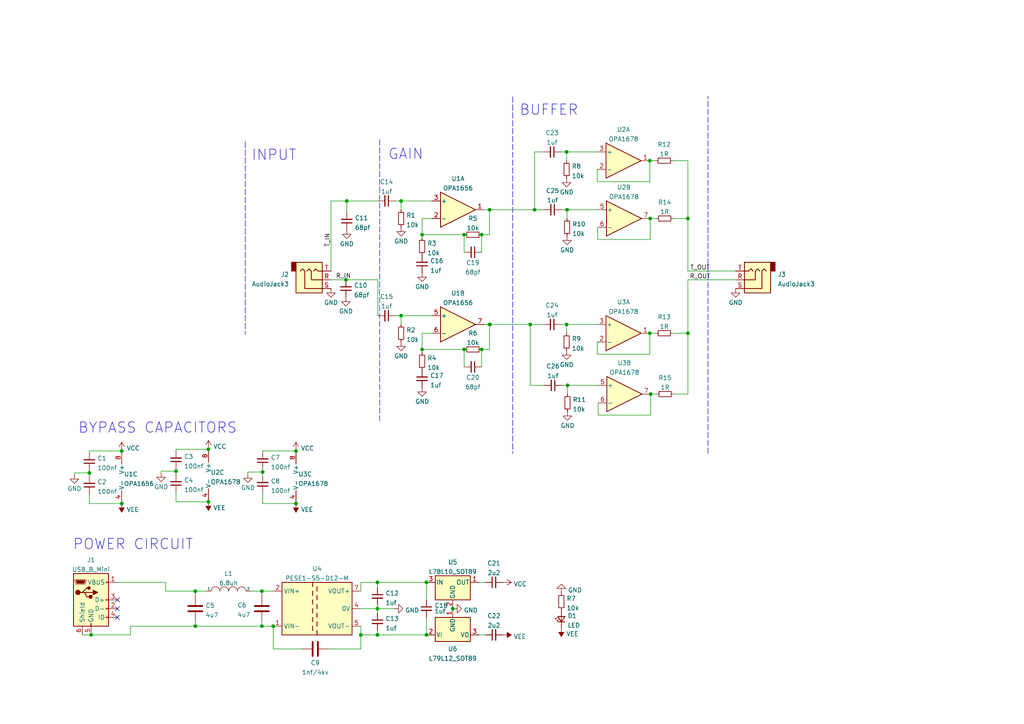
<source format=kicad_sch>
(kicad_sch (version 20211123) (generator eeschema)
  (paper "A4")
  (lib_symbols
    (symbol "Amplifier_Operational:OPA1678" (pin_names (offset 0.127))
      (property "Reference" "U" (at 0 5.08 0))
      (property "Value" "OPA1678" (at 0 -5.08 0))
      (symbol "OPA1678_1_1"
        (polyline (pts (xy -5.08 5.08) (xy 5.08 0) (xy -5.08 -5.08) (xy -5.08 5.08)) (stroke (width 0.254)) (fill (type background)))
        (pin output line (at 7.62 0 180) (length 2.54) (name "~") (number "1"))
        (pin input line (at -7.62 -2.54 0) (length 2.54) (name "-") (number "2"))
        (pin input line (at -7.62 2.54 0) (length 2.54) (name "+") (number "3"))
      )
      (symbol "OPA1678_2_1"
        (polyline (pts (xy -5.08 5.08) (xy 5.08 0) (xy -5.08 -5.08) (xy -5.08 5.08)) (stroke (width 0.254)) (fill (type background)))
        (pin input line (at -7.62 2.54 0) (length 2.54) (name "+") (number "5"))
        (pin input line (at -7.62 -2.54 0) (length 2.54) (name "-") (number "6"))
        (pin output line (at 7.62 0 180) (length 2.54) (name "~") (number "7"))
      )
      (symbol "OPA1678_3_1"
        (pin power_in line (at -2.54 -7.62 90) (length 3.81) (name "V-") (number "4"))
        (pin power_in line (at -2.54 7.62 270) (length 3.81) (name "V+") (number "8"))
      )
    )
    (symbol "Connector:AudioJack3"
      (property "Reference" "J" (at 0 8.89 0))
      (property "Value" "AudioJack3" (at 0 6.35 0))
      (symbol "AudioJack3_0_1"
        (rectangle (start -5.08 -5.08) (end -6.35 -2.54) (stroke (width 0.254)) (fill (type outline)))
        (polyline (pts (xy 0 -2.54) (xy 0.635 -3.175) (xy 1.27 -2.54) (xy 2.54 -2.54)) (stroke (width 0.254)))
        (polyline (pts (xy -1.905 -2.54) (xy -1.27 -3.175) (xy -0.635 -2.54) (xy -0.635 0) (xy 2.54 0)) (stroke (width 0.254)))
        (polyline (pts (xy 2.54 2.54) (xy -2.54 2.54) (xy -2.54 -2.54) (xy -3.175 -3.175) (xy -3.81 -2.54)) (stroke (width 0.254)))
        (rectangle (start 2.54 3.81) (end -5.08 -5.08) (stroke (width 0.254)) (fill (type background)))
      )
      (symbol "AudioJack3_1_1"
        (pin passive line (at 5.08 0 180) (length 2.54) (name "~") (number "R"))
        (pin passive line (at 5.08 2.54 180) (length 2.54) (name "~") (number "S"))
        (pin passive line (at 5.08 -2.54 180) (length 2.54) (name "~") (number "T"))
      )
    )
    (symbol "Connector:USB_B_Mini" (pin_names (offset 1.016))
      (property "Reference" "J" (at -5.08 11.43 0))
      (property "Value" "USB_B_Mini" (at -5.08 8.89 0))
      (symbol "USB_B_Mini_0_1"
        (rectangle (start -5.08 -7.62) (end 5.08 7.62) (stroke (width 0.254)) (fill (type background)))
        (circle (center -3.81 2.159) (radius 0.635) (stroke (width 0.254)) (fill (type outline)))
        (circle (center -0.635 3.429) (radius 0.381) (stroke (width 0.254)) (fill (type outline)))
        (rectangle (start -0.127 -7.62) (end 0.127 -6.858))
        (polyline (pts (xy -1.905 2.159) (xy 0.635 2.159)) (stroke (width 0.254)))
        (polyline (pts (xy -3.175 2.159) (xy -2.54 2.159) (xy -1.27 3.429) (xy -0.635 3.429)) (stroke (width 0.254)))
        (polyline (pts (xy -2.54 2.159) (xy -1.905 2.159) (xy -1.27 0.889) (xy 0 0.889)) (stroke (width 0.254)))
        (polyline (pts (xy 0.635 2.794) (xy 0.635 1.524) (xy 1.905 2.159) (xy 0.635 2.794)) (stroke (width 0.254)) (fill (type outline)))
        (polyline (pts (xy -4.318 5.588) (xy -1.778 5.588) (xy -2.032 4.826) (xy -4.064 4.826) (xy -4.318 5.588)) (fill (type outline)))
        (polyline (pts (xy -4.699 5.842) (xy -4.699 5.588) (xy -4.445 4.826) (xy -4.445 4.572) (xy -1.651 4.572) (xy -1.651 4.826) (xy -1.397 5.588) (xy -1.397 5.842) (xy -4.699 5.842)))
        (rectangle (start 0.254 1.27) (end -0.508 0.508) (stroke (width 0.254)) (fill (type outline)))
        (rectangle (start 5.08 -5.207) (end 4.318 -4.953))
        (rectangle (start 5.08 -2.667) (end 4.318 -2.413))
        (rectangle (start 5.08 -0.127) (end 4.318 0.127))
        (rectangle (start 5.08 4.953) (end 4.318 5.207))
      )
      (symbol "USB_B_Mini_1_1"
        (pin power_out line (at 7.62 5.08 180) (length 2.54) (name "VBUS") (number "1"))
        (pin bidirectional line (at 7.62 -2.54 180) (length 2.54) (name "D-") (number "2"))
        (pin bidirectional line (at 7.62 0 180) (length 2.54) (name "D+") (number "3"))
        (pin passive line (at 7.62 -5.08 180) (length 2.54) (name "ID") (number "4"))
        (pin power_out line (at 0 -10.16 90) (length 2.54) (name "GND") (number "5"))
        (pin passive line (at -2.54 -10.16 90) (length 2.54) (name "Shield") (number "6"))
      )
    )
    (symbol "Device:C" (pin_numbers hide) (pin_names (offset 0.254))
      (property "Reference" "C" (at 0.635 2.54 0))
      (property "Value" "C" (at 0.635 -2.54 0))
      (symbol "C_0_1"
        (polyline (pts (xy -2.032 -0.762) (xy 2.032 -0.762)) (stroke (width 0.508)))
        (polyline (pts (xy -2.032 0.762) (xy 2.032 0.762)) (stroke (width 0.508)))
      )
      (symbol "C_1_1"
        (pin passive line (at 0 3.81 270) (length 2.794) (name "~") (number "1"))
        (pin passive line (at 0 -3.81 90) (length 2.794) (name "~") (number "2"))
      )
    )
    (symbol "Device:C_Small" (pin_numbers hide) (pin_names (offset 0.254) hide)
      (property "Reference" "C" (at 0.254 1.778 0))
      (property "Value" "C_Small" (at 0.254 -2.032 0))
      (symbol "C_Small_0_1"
        (polyline (pts (xy -1.524 -0.508) (xy 1.524 -0.508)) (stroke (width 0.3302)))
        (polyline (pts (xy -1.524 0.508) (xy 1.524 0.508)) (stroke (width 0.3048)))
      )
      (symbol "C_Small_1_1"
        (pin passive line (at 0 2.54 270) (length 2.032) (name "~") (number "1"))
        (pin passive line (at 0 -2.54 90) (length 2.032) (name "~") (number "2"))
      )
    )
    (symbol "Device:LED_Small" (pin_numbers hide) (pin_names (offset 0.254) hide)
      (property "Reference" "D" (at -1.27 3.175 0))
      (property "Value" "LED_Small" (at -4.445 -2.54 0))
      (symbol "LED_Small_0_1"
        (polyline (pts (xy -0.762 -1.016) (xy -0.762 1.016)) (stroke (width 0.254)))
        (polyline (pts (xy 1.016 0) (xy -0.762 0)))
        (polyline (pts (xy 0.762 -1.016) (xy -0.762 0) (xy 0.762 1.016) (xy 0.762 -1.016)) (stroke (width 0.254)))
        (polyline (pts (xy 0 0.762) (xy -0.508 1.27) (xy -0.254 1.27) (xy -0.508 1.27) (xy -0.508 1.016)))
        (polyline (pts (xy 0.508 1.27) (xy 0 1.778) (xy 0.254 1.778) (xy 0 1.778) (xy 0 1.524)))
      )
      (symbol "LED_Small_1_1"
        (pin passive line (at -2.54 0 0) (length 1.778) (name "K") (number "1"))
        (pin passive line (at 2.54 0 180) (length 1.778) (name "A") (number "2"))
      )
    )
    (symbol "Device:R_Small" (pin_numbers hide) (pin_names (offset 0.254) hide)
      (property "Reference" "R" (at 0.762 0.508 0))
      (property "Value" "R_Small" (at 0.762 -1.016 0))
      (symbol "R_Small_0_1"
        (rectangle (start -0.762 1.778) (end 0.762 -1.778) (stroke (width 0.2032)))
      )
      (symbol "R_Small_1_1"
        (pin passive line (at 0 2.54 270) (length 0.762) (name "~") (number "1"))
        (pin passive line (at 0 -2.54 90) (length 0.762) (name "~") (number "2"))
      )
    )
    (symbol "Regulator_Linear:L78L10_SOT89" (pin_names (offset 0.254))
      (property "Reference" "U" (at -3.81 3.175 0))
      (property "Value" "L78L10_SOT89" (at -0.635 3.175 0))
      (symbol "L78L10_SOT89_0_1"
        (rectangle (start -5.08 1.905) (end 5.08 -5.08) (stroke (width 0.254)) (fill (type background)))
      )
      (symbol "L78L10_SOT89_1_1"
        (pin power_out line (at 7.62 0 180) (length 2.54) (name "OUT") (number "1"))
        (pin power_in line (at 0 -7.62 90) (length 2.54) (name "GND") (number "2"))
        (pin power_in line (at -7.62 0 0) (length 2.54) (name "IN") (number "3"))
      )
    )
    (symbol "Regulator_Linear:L79L12_SOT89" (pin_names (offset 0.254))
      (property "Reference" "U" (at -3.81 -3.175 0))
      (property "Value" "L79L12_SOT89" (at 0 -3.175 0))
      (symbol "L79L12_SOT89_0_1"
        (rectangle (start -5.08 5.08) (end 5.08 -1.905) (stroke (width 0.254)) (fill (type background)))
      )
      (symbol "L79L12_SOT89_1_1"
        (pin power_in line (at 0 7.62 270) (length 2.54) (name "GND") (number "1"))
        (pin power_in line (at -7.62 0 0) (length 2.54) (name "VI") (number "2"))
        (pin power_out line (at 7.62 0 180) (length 2.54) (name "VO") (number "3"))
      )
    )
    (symbol "Regulator_Switching:NMA0512SC"
      (property "Reference" "U?" (at 0 11.5865 0))
      (property "Value" "NMA0512SC" (at 0 8.8114 0))
      (symbol "NMA0512SC_0_1"
        (rectangle (start -10.16 7.62) (end 10.16 -7.62) (stroke (width 0.254)) (fill (type background)))
        (polyline (pts (xy -1.27 -5.08) (xy -1.27 -6.35)) (stroke (width 0.254)))
        (polyline (pts (xy -1.27 -2.54) (xy -1.27 -3.81)) (stroke (width 0.254)))
        (polyline (pts (xy -1.27 0) (xy -1.27 -1.27)) (stroke (width 0.254)))
        (polyline (pts (xy -1.27 2.54) (xy -1.27 1.27)) (stroke (width 0.254)))
        (polyline (pts (xy -1.27 5.08) (xy -1.27 3.81)) (stroke (width 0.254)))
        (polyline (pts (xy -1.27 7.62) (xy -1.27 6.35)) (stroke (width 0.254)))
        (polyline (pts (xy 0 -7.62) (xy 0 -6.35)) (stroke (width 0.254)))
        (polyline (pts (xy 0 -5.08) (xy 0 -3.81)) (stroke (width 0.254)))
        (polyline (pts (xy 0 -1.27) (xy 0 -2.54)) (stroke (width 0.254)))
        (polyline (pts (xy 0 0) (xy 0 1.27)) (stroke (width 0.254)))
        (polyline (pts (xy 0 2.54) (xy 0 3.81)) (stroke (width 0.254)))
        (polyline (pts (xy 0 5.08) (xy 0 6.35)) (stroke (width 0.254)))
      )
      (symbol "NMA0512SC_1_1"
        (pin power_in line (at -12.7 -5.08 0) (length 2.54) (name "VIN-") (number "1"))
        (pin power_in line (at -12.7 5.08 0) (length 2.54) (name "VIN+") (number "2"))
        (pin power_out line (at 12.7 0 180) (length 2.54) (name "0V") (number "4"))
        (pin power_out line (at 12.7 -5.08 180) (length 2.54) (name "VOUT-") (number "5"))
        (pin power_out line (at 12.7 5.08 180) (length 2.54) (name "VOUT+") (number "7"))
      )
    )
    (symbol "power:GND" (power) (pin_names (offset 0))
      (property "Value" "GND" (at 0 -3.81 0))
      (symbol "GND_0_1"
        (polyline (pts (xy 0 0) (xy 0 -1.27) (xy 1.27 -1.27) (xy 0 -2.54) (xy -1.27 -1.27) (xy 0 -1.27)))
      )
      (symbol "GND_1_1"
        (pin power_in line (at 0 0 270) (length 0) hide (name "GND") (number "1"))
      )
    )
    (symbol "power:VCC" (power) (pin_names (offset 0))
      (property "Value" "VCC" (at 0 3.81 0))
      (symbol "VCC_0_1"
        (polyline (pts (xy -0.762 1.27) (xy 0 2.54)))
        (polyline (pts (xy 0 0) (xy 0 2.54)))
        (polyline (pts (xy 0 2.54) (xy 0.762 1.27)))
      )
      (symbol "VCC_1_1"
        (pin power_in line (at 0 0 90) (length 0) hide (name "VCC") (number "1"))
      )
    )
    (symbol "power:VEE" (power) (pin_names (offset 0))
      (property "Value" "VEE" (at 0 3.81 0))
      (symbol "VEE_0_1"
        (polyline (pts (xy 0 0) (xy 0 2.54)))
        (polyline (pts (xy 0.762 1.27) (xy -0.762 1.27) (xy 0 2.54) (xy 0.762 1.27)) (fill (type outline)))
      )
      (symbol "VEE_1_1"
        (pin power_in line (at 0 0 90) (length 0) hide (name "VEE") (number "1"))
      )
    )
    (symbol "pspice:INDUCTOR" (pin_numbers hide) (pin_names (offset 0))
      (property "Reference" "L" (at 0 2.54 0))
      (property "Value" "INDUCTOR" (at 0 -1.27 0))
      (symbol "INDUCTOR_0_1"
        (arc (start -2.54 0) (mid -3.81 1.27) (end -5.08 0))
        (arc (start 0 0) (mid -1.27 1.27) (end -2.54 0))
        (arc (start 2.54 0) (mid 1.27 1.27) (end 0 0))
        (arc (start 5.08 0) (mid 3.81 1.27) (end 2.54 0))
      )
      (symbol "INDUCTOR_1_1"
        (pin input line (at -6.35 0 0) (length 1.27) (name "1") (number "1"))
        (pin input line (at 6.35 0 180) (length 1.27) (name "2") (number "2"))
      )
    )
  )
  (junction (at 164.338 44.069))
  (junction (at 139.7 101.346))
  (junction (at 60.452 145.542))
  (junction (at 100.584 58.293))
  (junction (at 122.428 68.072))
  (junction (at 60.452 130.302))
  (junction (at 85.852 130.81))
  (junction (at 35.306 146.05))
  (junction (at 139.7 68.072))
  (junction (at 51.054 136.652))
  (junction (at 141.986 60.833))
  (junction (at 79.248 181.61))
  (junction (at 116.332 58.293))
  (junction (at 35.306 130.81))
  (junction (at 142.113 94.107))
  (junction (at 199.517 63.373))
  (junction (at 164.338 94.107))
  (junction (at 100.33 81.153))
  (junction (at 25.908 137.16))
  (junction (at 85.852 146.05))
  (junction (at 199.517 96.647))
  (junction (at 116.332 91.567))
  (junction (at 109.474 184.15))
  (junction (at 109.474 176.53))
  (junction (at 75.946 171.45))
  (junction (at 188.722 114.3))
  (junction (at 56.642 181.61))
  (junction (at 164.592 111.76))
  (junction (at 134.62 68.072))
  (junction (at 123.698 168.91))
  (junction (at 109.474 168.91))
  (junction (at 188.468 96.647))
  (junction (at 56.642 171.45))
  (junction (at 122.428 101.346))
  (junction (at 75.946 181.61))
  (junction (at 104.648 184.15))
  (junction (at 164.465 60.833))
  (junction (at 153.797 94.107))
  (junction (at 134.62 101.346))
  (junction (at 131.318 176.53))
  (junction (at 188.468 46.609))
  (junction (at 155.067 60.833))
  (junction (at 141.986 94.107))
  (junction (at 26.416 184.15))
  (junction (at 76.2 136.906))
  (junction (at 188.595 63.373))
  (junction (at 123.698 184.15))
  (no_connect (at 34.036 173.99))
  (no_connect (at 34.036 176.53))
  (no_connect (at 34.036 179.07))
  (wire (pts (xy 51.054 145.542) (xy 60.452 145.542)))
  (wire (pts (xy 153.797 94.107) (xy 157.607 94.107)))
  (polyline (pts (xy 148.717 28.067) (xy 148.717 131.572)))
  (wire (pts (xy 46.736 137.16) (xy 46.736 136.652)))
  (wire (pts (xy 213.36 78.613) (xy 199.517 78.613)))
  (wire (pts (xy 173.355 69.469) (xy 188.595 69.469)))
  (polyline (pts (xy 71.12 41.148) (xy 71.12 96.901)))
  (wire (pts (xy 109.474 175.514) (xy 109.474 176.53)))
  (wire (pts (xy 162.687 44.069) (xy 164.338 44.069)))
  (wire (pts (xy 56.642 171.45) (xy 59.944 171.45)))
  (wire (pts (xy 122.428 68.961) (xy 122.428 68.072)))
  (wire (pts (xy 164.592 111.76) (xy 164.592 114.3)))
  (wire (pts (xy 23.876 184.15) (xy 26.416 184.15)))
  (wire (pts (xy 142.113 94.107) (xy 153.797 94.107)))
  (wire (pts (xy 123.698 179.07) (xy 123.698 184.15)))
  (wire (pts (xy 95.25 188.214) (xy 104.648 188.214)))
  (wire (pts (xy 104.648 184.15) (xy 104.648 188.214)))
  (wire (pts (xy 157.861 111.76) (xy 153.797 111.76)))
  (wire (pts (xy 96.012 58.293) (xy 96.012 78.613)))
  (wire (pts (xy 173.228 99.187) (xy 173.228 102.743)))
  (wire (pts (xy 164.592 111.76) (xy 173.482 111.76)))
  (wire (pts (xy 76.2 136.906) (xy 76.2 137.922)))
  (wire (pts (xy 109.474 168.91) (xy 109.474 170.434)))
  (wire (pts (xy 199.517 114.3) (xy 195.453 114.3)))
  (wire (pts (xy 199.517 63.373) (xy 199.517 78.613)))
  (wire (pts (xy 173.228 52.705) (xy 188.468 52.705)))
  (wire (pts (xy 188.595 69.469) (xy 188.595 63.373)))
  (wire (pts (xy 122.428 101.346) (xy 134.62 101.346)))
  (wire (pts (xy 116.332 91.567) (xy 125.222 91.567)))
  (wire (pts (xy 188.468 96.647) (xy 190.119 96.647)))
  (wire (pts (xy 141.986 101.346) (xy 141.986 94.107)))
  (wire (pts (xy 109.474 176.53) (xy 114.3 176.53)))
  (wire (pts (xy 199.517 96.647) (xy 199.517 114.3)))
  (wire (pts (xy 25.908 137.16) (xy 25.908 138.176)))
  (wire (pts (xy 173.228 49.149) (xy 173.228 52.705)))
  (wire (pts (xy 25.908 136.398) (xy 25.908 137.16)))
  (wire (pts (xy 109.601 91.567) (xy 109.601 81.153)))
  (wire (pts (xy 25.908 143.256) (xy 25.908 146.05)))
  (wire (pts (xy 213.36 81.153) (xy 199.517 81.153)))
  (wire (pts (xy 79.248 188.214) (xy 79.248 181.61)))
  (wire (pts (xy 164.465 60.833) (xy 164.465 63.373)))
  (wire (pts (xy 37.846 184.15) (xy 37.846 181.61)))
  (wire (pts (xy 141.986 68.072) (xy 141.986 60.833)))
  (wire (pts (xy 51.054 142.748) (xy 51.054 145.542)))
  (wire (pts (xy 76.2 146.05) (xy 85.852 146.05)))
  (wire (pts (xy 173.228 102.743) (xy 188.468 102.743)))
  (wire (pts (xy 109.474 184.15) (xy 104.648 184.15)))
  (wire (pts (xy 139.7 68.072) (xy 139.7 73.152)))
  (wire (pts (xy 188.468 52.705) (xy 188.468 46.609)))
  (wire (pts (xy 71.882 137.414) (xy 71.882 136.906)))
  (wire (pts (xy 123.698 184.15) (xy 109.474 184.15)))
  (wire (pts (xy 141.986 60.833) (xy 155.067 60.833)))
  (wire (pts (xy 173.482 116.84) (xy 173.482 120.396)))
  (polyline (pts (xy 110.109 40.513) (xy 110.109 122.047)))
  (wire (pts (xy 96.012 81.153) (xy 100.33 81.153)))
  (wire (pts (xy 122.428 68.072) (xy 122.428 63.373)))
  (wire (pts (xy 109.474 168.91) (xy 104.648 168.91)))
  (polyline (pts (xy 205.359 131.572) (xy 205.359 27.94)))
  (wire (pts (xy 76.2 130.81) (xy 85.852 130.81)))
  (wire (pts (xy 37.846 181.61) (xy 56.642 181.61)))
  (wire (pts (xy 122.428 101.346) (xy 122.428 96.647)))
  (wire (pts (xy 164.338 94.107) (xy 173.228 94.107)))
  (wire (pts (xy 104.648 168.91) (xy 104.648 171.45)))
  (wire (pts (xy 75.946 181.61) (xy 79.248 181.61)))
  (wire (pts (xy 21.59 137.16) (xy 25.908 137.16)))
  (wire (pts (xy 56.642 181.61) (xy 75.946 181.61)))
  (wire (pts (xy 75.946 180.34) (xy 75.946 181.61)))
  (wire (pts (xy 72.644 171.45) (xy 75.946 171.45)))
  (wire (pts (xy 100.584 58.293) (xy 96.012 58.293)))
  (wire (pts (xy 188.468 102.743) (xy 188.468 96.647)))
  (wire (pts (xy 104.648 176.53) (xy 109.474 176.53)))
  (wire (pts (xy 75.946 171.45) (xy 75.946 172.72)))
  (wire (pts (xy 51.054 130.302) (xy 60.452 130.302)))
  (wire (pts (xy 100.33 81.153) (xy 109.601 81.153)))
  (wire (pts (xy 162.687 94.107) (xy 164.338 94.107)))
  (wire (pts (xy 71.882 136.906) (xy 76.2 136.906)))
  (wire (pts (xy 100.584 58.293) (xy 109.601 58.293)))
  (wire (pts (xy 122.428 102.235) (xy 122.428 101.346)))
  (wire (pts (xy 25.908 130.81) (xy 35.306 130.81)))
  (wire (pts (xy 21.59 137.668) (xy 21.59 137.16)))
  (wire (pts (xy 114.681 58.293) (xy 116.332 58.293)))
  (wire (pts (xy 109.474 182.88) (xy 109.474 184.15)))
  (wire (pts (xy 87.63 188.214) (xy 79.248 188.214)))
  (wire (pts (xy 123.698 168.91) (xy 123.698 173.99)))
  (wire (pts (xy 153.797 111.76) (xy 153.797 94.107)))
  (wire (pts (xy 76.2 136.144) (xy 76.2 136.906)))
  (wire (pts (xy 139.7 101.346) (xy 141.986 101.346)))
  (wire (pts (xy 25.908 131.318) (xy 25.908 130.81)))
  (wire (pts (xy 138.938 184.15) (xy 140.716 184.15)))
  (wire (pts (xy 195.199 96.647) (xy 199.517 96.647)))
  (wire (pts (xy 188.722 120.396) (xy 188.722 114.3)))
  (wire (pts (xy 51.054 130.81) (xy 51.054 130.302)))
  (wire (pts (xy 141.986 94.107) (xy 140.462 94.107)))
  (wire (pts (xy 155.067 44.069) (xy 155.067 60.833)))
  (wire (pts (xy 122.428 96.647) (xy 125.222 96.647)))
  (wire (pts (xy 162.814 60.833) (xy 164.465 60.833)))
  (wire (pts (xy 122.428 68.072) (xy 134.62 68.072)))
  (wire (pts (xy 164.338 44.069) (xy 164.338 46.609)))
  (wire (pts (xy 195.199 46.609) (xy 199.517 46.609)))
  (wire (pts (xy 34.036 168.91) (xy 48.006 168.91)))
  (wire (pts (xy 188.722 114.3) (xy 190.373 114.3)))
  (wire (pts (xy 56.642 171.45) (xy 56.642 172.72)))
  (wire (pts (xy 139.7 68.072) (xy 141.986 68.072)))
  (wire (pts (xy 173.355 65.913) (xy 173.355 69.469)))
  (wire (pts (xy 164.338 44.069) (xy 173.228 44.069)))
  (wire (pts (xy 164.465 60.833) (xy 173.355 60.833)))
  (wire (pts (xy 123.698 168.91) (xy 109.474 168.91)))
  (wire (pts (xy 199.517 81.153) (xy 199.517 96.647)))
  (wire (pts (xy 48.006 168.91) (xy 48.006 171.45)))
  (wire (pts (xy 188.468 46.609) (xy 190.119 46.609)))
  (wire (pts (xy 76.2 131.064) (xy 76.2 130.81)))
  (wire (pts (xy 164.338 94.107) (xy 164.338 96.647)))
  (wire (pts (xy 56.642 180.34) (xy 56.642 181.61)))
  (wire (pts (xy 173.482 120.396) (xy 188.722 120.396)))
  (wire (pts (xy 157.607 44.069) (xy 155.067 44.069)))
  (wire (pts (xy 116.332 58.293) (xy 125.222 58.293)))
  (wire (pts (xy 26.416 184.15) (xy 37.846 184.15)))
  (wire (pts (xy 51.054 135.89) (xy 51.054 136.652)))
  (wire (pts (xy 138.938 168.91) (xy 140.716 168.91)))
  (wire (pts (xy 141.986 60.833) (xy 140.462 60.833)))
  (wire (pts (xy 104.648 181.61) (xy 104.648 184.15)))
  (wire (pts (xy 46.736 136.652) (xy 51.054 136.652)))
  (wire (pts (xy 195.326 63.373) (xy 199.517 63.373)))
  (wire (pts (xy 134.62 68.072) (xy 134.62 73.152)))
  (wire (pts (xy 51.054 136.652) (xy 51.054 137.668)))
  (wire (pts (xy 100.584 61.595) (xy 100.584 58.293)))
  (wire (pts (xy 134.62 101.346) (xy 134.62 106.426)))
  (wire (pts (xy 48.006 171.45) (xy 56.642 171.45)))
  (wire (pts (xy 25.908 146.05) (xy 35.306 146.05)))
  (wire (pts (xy 114.681 91.567) (xy 116.332 91.567)))
  (wire (pts (xy 139.7 101.346) (xy 139.7 106.426)))
  (wire (pts (xy 162.941 111.76) (xy 164.592 111.76)))
  (wire (pts (xy 116.332 58.293) (xy 116.332 60.833)))
  (wire (pts (xy 75.946 171.45) (xy 79.248 171.45)))
  (wire (pts (xy 122.428 63.373) (xy 125.222 63.373)))
  (wire (pts (xy 199.517 46.609) (xy 199.517 63.373)))
  (wire (pts (xy 109.474 176.53) (xy 109.474 177.8)))
  (wire (pts (xy 188.595 63.373) (xy 190.246 63.373)))
  (wire (pts (xy 116.332 91.567) (xy 116.332 94.107)))
  (wire (pts (xy 76.2 143.002) (xy 76.2 146.05)))
  (wire (pts (xy 155.067 60.833) (xy 157.734 60.833)))
  (text "INPUT" (at 72.898 46.863 0) (effects (font (size 3 3)) (justify left bottom)))
  (text "POWER CIRCUIT" (at 21.082 159.766 0) (effects (font (size 3 3)) (justify left bottom)))
  (text "GAIN" (at 112.522 46.609 0) (effects (font (size 3 3)) (justify left bottom)))
  (text "BUFFER" (at 150.622 33.782 0) (effects (font (size 3 3)) (justify left bottom)))
  (text "BYPASS CAPACITORS\n" (at 22.606 125.984 0) (effects (font (size 3 3)) (justify left bottom)))
  (label "T_OUT" (at 200.152 78.613 0))
  (label "R_OUT" (at 200.025 81.153 0))
  (label "R_IN" (at 97.409 81.026 0))
  (label "T_IN" (at 96.012 71.628 90))
  (symbol (lib_id "Device:C_Small") (at 25.908 133.858 180) (unit 1)
    (property "Reference" "C1" (at 28.2321 132.9431 0) (effects (justify right)))
    (property "Value" "100nf" (at 28.2321 135.7182 0) (effects (justify right)))
    (property "Footprint" "Capacitor_THT:C_Rect_L4.0mm_W2.5mm_P2.50mm" (effects hide))
  )
  (symbol (lib_id "Device:R_Small") (at 116.332 96.647 180) (unit 1)
    (property "Reference" "R2" (at 117.8306 95.7385 0) (effects (justify right)))
    (property "Value" "10k" (at 117.8306 98.5136 0) (effects (justify right)))
    (property "Footprint" "Resistor_THT:R_Axial_DIN0204_L3.6mm_D1.6mm_P5.08mm_Horizontal" (effects hide))
  )
  (symbol (lib_id "Connector:USB_B_Mini") (at 26.416 173.99 0) (unit 1)
    (property "Reference" "J1" (at 26.416 162.4035 0))
    (property "Value" "USB_B_Mini" (at 26.416 165.1786 0))
    (property "Footprint" "Connector_USB:USB_Micro-AB_Molex_47590-0001" (effects hide))
  )
  (symbol (lib_id "Amplifier_Operational:OPA1678") (at 88.392 138.43 0) (unit 3)
    (property "Reference" "U3" (at 86.487 137.5215 0) (effects (justify left)))
    (property "Value" "OPA1678" (at 86.487 140.2966 0) (effects (justify left)))
    (property "Footprint" "Package_SO:SOIC-8-1EP_3.9x4.9mm_P1.27mm_EP2.29x3mm" (effects hide))
    (property "Datasheet" "http://www.ti.com/lit/ds/symlink/opa1678.pdf" (effects hide))
  )
  (symbol (lib_id "Regulator_Linear:L79L12_SOT89") (at 131.318 184.15 0) (unit 1)
    (property "Reference" "U6" (at 131.318 188.2045 0))
    (property "Value" "L79L12_SOT89" (at 131.318 190.9796 0))
    (property "Footprint" "Package_TO_SOT_SMD:SOT-89-3" (effects hide))
    (property "Datasheet" "http://www.farnell.com/datasheets/1827870.pdf" (effects hide))
  )
  (symbol (lib_id "Device:C") (at 56.642 176.53 0) (unit 1)
    (property "Reference" "C5" (at 59.563 175.6215 0) (effects (justify left)))
    (property "Value" "4u7" (at 59.563 178.3966 0) (effects (justify left)))
    (property "Footprint" "Capacitor_THT:C_Rect_L4.0mm_W2.5mm_P2.50mm" (effects hide))
  )
  (symbol (lib_id "Device:C_Small") (at 112.141 91.567 270) (unit 1)
    (property "Reference" "C15" (at 112.1346 86.0384 90))
    (property "Value" "1uf" (at 112.1346 88.8135 90))
    (property "Footprint" "Capacitor_THT:C_Rect_L4.0mm_W2.5mm_P2.50mm" (effects hide))
  )
  (symbol (lib_id "Device:C_Small") (at 160.147 44.069 270) (unit 1)
    (property "Reference" "C23" (at 160.1406 38.5404 90))
    (property "Value" "1uf" (at 160.1406 41.3155 90))
    (property "Footprint" "Capacitor_THT:C_Rect_L4.0mm_W2.5mm_P2.50mm" (effects hide))
  )
  (symbol (lib_id "power:GND") (at 96.012 83.693 0) (unit 1)
    (property "Reference" "#PWR0127" (effects hide))
    (property "Value" "GND" (at 93.98 87.757 0) (effects (justify left)))
  )
  (symbol (lib_id "Device:R_Small") (at 137.16 68.072 90) (unit 1)
    (property "Reference" "R5" (at 137.16 63.3689 90))
    (property "Value" "10k" (at 137.16 66.144 90))
    (property "Footprint" "Resistor_THT:R_Axial_DIN0204_L3.6mm_D1.6mm_P5.08mm_Horizontal" (effects hide))
  )
  (symbol (lib_id "power:VCC") (at 85.852 130.81 0) (unit 1)
    (property "Reference" "#PWR0104" (effects hide))
    (property "Value" "VCC" (at 87.249 130.019 0) (effects (justify left)))
  )
  (symbol (lib_id "Device:C_Small") (at 112.141 58.293 270) (unit 1)
    (property "Reference" "C14" (at 112.1346 52.7644 90))
    (property "Value" "1uf" (at 112.1346 55.5395 90))
    (property "Footprint" "Capacitor_THT:C_Rect_L4.0mm_W2.5mm_P2.50mm" (effects hide))
  )
  (symbol (lib_id "Device:R_Small") (at 192.659 96.647 90) (unit 1)
    (property "Reference" "R13" (at 192.659 91.9439 90))
    (property "Value" "1R" (at 192.659 94.719 90))
    (property "Footprint" "Resistor_THT:R_Axial_DIN0204_L3.6mm_D1.6mm_P5.08mm_Horizontal" (effects hide))
  )
  (symbol (lib_id "Device:C_Small") (at 160.274 60.833 270) (unit 1)
    (property "Reference" "C25" (at 160.2676 55.3044 90))
    (property "Value" "1uf" (at 160.2676 58.0795 90))
    (property "Footprint" "Capacitor_THT:C_Rect_L4.0mm_W2.5mm_P2.50mm" (effects hide))
  )
  (symbol (lib_id "Amplifier_Operational:OPA1678") (at 37.846 138.43 0) (unit 3)
    (property "Reference" "U1" (at 35.941 137.5215 0) (effects (justify left)))
    (property "Value" "OPA1656" (at 35.941 140.2966 0) (effects (justify left)))
    (property "Footprint" "Package_SO:SOIC-8-1EP_3.9x4.9mm_P1.27mm_EP2.29x3mm" (effects hide))
    (property "Datasheet" "http://www.ti.com/lit/ds/symlink/opa1678.pdf" (effects hide))
  )
  (symbol (lib_id "Device:C_Small") (at 137.16 73.152 270) (unit 1)
    (property "Reference" "C19" (at 137.16 76.2 90))
    (property "Value" "68pf" (at 137.16 78.9751 90))
    (property "Footprint" "Capacitor_THT:C_Rect_L4.0mm_W2.5mm_P2.50mm" (effects hide))
  )
  (symbol (lib_id "power:GND") (at 100.33 86.233 0) (unit 1)
    (property "Reference" "#PWR0125" (effects hide))
    (property "Value" "GND" (at 98.298 90.297 0) (effects (justify left)))
  )
  (symbol (lib_id "pspice:INDUCTOR") (at 66.294 171.45 0) (unit 1)
    (property "Reference" "L1" (at 66.294 166.3405 0))
    (property "Value" "6.8uh" (at 66.294 169.1156 0))
    (property "Footprint" "Inductor_SMD:L_1008_2520Metric_Pad1.43x2.20mm_HandSolder" (effects hide))
  )
  (symbol (lib_id "power:GND") (at 164.592 119.38 0) (unit 1)
    (property "Reference" "#PWR0111" (effects hide))
    (property "Value" "GND" (at 162.56 123.444 0) (effects (justify left)))
  )
  (symbol (lib_id "Device:R_Small") (at 192.786 63.373 90) (unit 1)
    (property "Reference" "R14" (at 192.786 58.6699 90))
    (property "Value" "1R" (at 192.786 61.445 90))
    (property "Footprint" "Resistor_THT:R_Axial_DIN0204_L3.6mm_D1.6mm_P5.08mm_Horizontal" (effects hide))
  )
  (symbol (lib_id "power:VCC") (at 145.796 168.91 270) (unit 1)
    (property "Reference" "#PWR0107" (effects hide))
    (property "Value" "VCC" (at 148.971 169.389 90) (effects (justify left)))
  )
  (symbol (lib_id "power:GND") (at 71.882 137.414 0) (unit 1)
    (property "Reference" "#PWR0102" (effects hide))
    (property "Value" "GND" (at 69.85 141.478 0) (effects (justify left)))
  )
  (symbol (lib_id "Device:C_Small") (at 160.147 94.107 270) (unit 1)
    (property "Reference" "C24" (at 160.1406 88.5784 90))
    (property "Value" "1uf" (at 160.1406 91.3535 90))
    (property "Footprint" "Capacitor_THT:C_Rect_L4.0mm_W2.5mm_P2.50mm" (effects hide))
  )
  (symbol (lib_id "Device:R_Small") (at 164.592 116.84 180) (unit 1)
    (property "Reference" "R11" (at 166.0906 115.9315 0) (effects (justify right)))
    (property "Value" "10k" (at 166.0906 118.7066 0) (effects (justify right)))
    (property "Footprint" "Resistor_THT:R_Axial_DIN0204_L3.6mm_D1.6mm_P5.08mm_Horizontal" (effects hide))
  )
  (symbol (lib_id "Device:R_Small") (at 137.16 101.346 90) (unit 1)
    (property "Reference" "R6" (at 137.16 96.6429 90))
    (property "Value" "10k" (at 137.16 99.418 90))
    (property "Footprint" "Resistor_THT:R_Axial_DIN0204_L3.6mm_D1.6mm_P5.08mm_Horizontal" (effects hide))
  )
  (symbol (lib_id "Device:C_Small") (at 122.428 109.855 180) (unit 1)
    (property "Reference" "C17" (at 124.7521 108.9401 0) (effects (justify right)))
    (property "Value" "1uf" (at 124.7521 111.7152 0) (effects (justify right)))
    (property "Footprint" "Capacitor_THT:C_Rect_L4.0mm_W2.5mm_P2.50mm" (effects hide))
  )
  (symbol (lib_id "Amplifier_Operational:OPA1678") (at 132.842 60.833 0) (unit 1)
    (property "Reference" "U1" (at 132.842 51.7865 0))
    (property "Value" "OPA1656" (at 132.842 54.5616 0))
    (property "Footprint" "Package_SO:SOIC-8-1EP_3.9x4.9mm_P1.27mm_EP2.29x3mm" (effects hide))
    (property "Datasheet" "http://www.ti.com/lit/ds/symlink/opa1678.pdf" (effects hide))
  )
  (symbol (lib_id "Device:C_Small") (at 109.474 172.974 0) (unit 1)
    (property "Reference" "C12" (at 111.7981 172.0718 0) (effects (justify left)))
    (property "Value" "1uf" (at 111.7981 174.8469 0) (effects (justify left)))
    (property "Footprint" "Capacitor_THT:C_Rect_L4.0mm_W2.5mm_P2.50mm" (effects hide))
  )
  (symbol (lib_id "Device:R_Small") (at 164.338 99.187 180) (unit 1)
    (property "Reference" "R9" (at 165.8366 98.2785 0) (effects (justify right)))
    (property "Value" "10k" (at 165.8366 101.0536 0) (effects (justify right)))
    (property "Footprint" "Resistor_THT:R_Axial_DIN0204_L3.6mm_D1.6mm_P5.08mm_Horizontal" (effects hide))
  )
  (symbol (lib_id "Device:C_Small") (at 109.474 180.34 0) (unit 1)
    (property "Reference" "C13" (at 111.7981 179.4378 0) (effects (justify left)))
    (property "Value" "1uf" (at 111.7981 182.2129 0) (effects (justify left)))
    (property "Footprint" "Capacitor_THT:C_Rect_L4.0mm_W2.5mm_P2.50mm" (effects hide))
  )
  (symbol (lib_id "power:GND") (at 131.318 176.53 90) (unit 1)
    (property "Reference" "#PWR0105" (effects hide))
    (property "Value" "GND" (at 134.493 177.009 90) (effects (justify right)))
  )
  (symbol (lib_id "Amplifier_Operational:OPA1678") (at 180.975 63.373 0) (unit 2)
    (property "Reference" "U2" (at 180.975 54.3265 0))
    (property "Value" "OPA1678" (at 180.975 57.1016 0))
    (property "Footprint" "Package_SO:SOIC-8-1EP_3.9x4.9mm_P1.27mm_EP2.29x3mm" (effects hide))
    (property "Datasheet" "http://www.ti.com/lit/ds/symlink/opa1678.pdf" (effects hide))
  )
  (symbol (lib_id "Device:R_Small") (at 164.465 65.913 180) (unit 1)
    (property "Reference" "R10" (at 165.9636 65.0045 0) (effects (justify right)))
    (property "Value" "10k" (at 165.9636 67.7796 0) (effects (justify right)))
    (property "Footprint" "Resistor_THT:R_Axial_DIN0204_L3.6mm_D1.6mm_P5.08mm_Horizontal" (effects hide))
  )
  (symbol (lib_id "Device:R_Small") (at 192.659 46.609 90) (unit 1)
    (property "Reference" "R12" (at 192.659 41.9059 90))
    (property "Value" "1R" (at 192.659 44.681 90))
    (property "Footprint" "Resistor_THT:R_Axial_DIN0204_L3.6mm_D1.6mm_P5.08mm_Horizontal" (effects hide))
  )
  (symbol (lib_id "power:GND") (at 164.465 68.453 0) (unit 1)
    (property "Reference" "#PWR0119" (effects hide))
    (property "Value" "GND" (at 162.433 72.517 0) (effects (justify left)))
  )
  (symbol (lib_id "Device:C_Small") (at 137.16 106.426 270) (unit 1)
    (property "Reference" "C20" (at 137.16 109.474 90))
    (property "Value" "68pf" (at 137.16 112.2491 90))
    (property "Footprint" "Capacitor_THT:C_Rect_L4.0mm_W2.5mm_P2.50mm" (effects hide))
  )
  (symbol (lib_id "Device:R_Small") (at 162.814 174.498 0) (unit 1)
    (property "Reference" "R7" (at 164.3126 173.5895 0) (effects (justify left)))
    (property "Value" "10k" (at 164.3126 176.3646 0) (effects (justify left)))
    (property "Footprint" "Resistor_THT:R_Axial_DIN0204_L3.6mm_D1.6mm_P5.08mm_Horizontal" (effects hide))
  )
  (symbol (lib_id "Amplifier_Operational:OPA1678") (at 180.848 46.609 0) (unit 1)
    (property "Reference" "U2" (at 180.848 37.5625 0))
    (property "Value" "OPA1678" (at 180.848 40.3376 0))
    (property "Footprint" "Package_SO:SOIC-8-1EP_3.9x4.9mm_P1.27mm_EP2.29x3mm" (effects hide))
    (property "Datasheet" "http://www.ti.com/lit/ds/symlink/opa1678.pdf" (effects hide))
  )
  (symbol (lib_id "Device:C_Small") (at 122.428 76.581 180) (unit 1)
    (property "Reference" "C16" (at 124.7521 75.6661 0) (effects (justify right)))
    (property "Value" "1uf" (at 124.7521 78.4412 0) (effects (justify right)))
    (property "Footprint" "Capacitor_THT:C_Rect_L4.0mm_W2.5mm_P2.50mm" (effects hide))
  )
  (symbol (lib_id "Device:C_Small") (at 123.698 176.53 0) (unit 1)
    (property "Reference" "C18" (at 126.0221 175.6278 0) (effects (justify left)))
    (property "Value" "1uf" (at 125.984 177.292 0) (effects (justify left)))
    (property "Footprint" "Capacitor_THT:C_Rect_L4.0mm_W2.5mm_P2.50mm" (effects hide))
  )
  (symbol (lib_id "power:VEE") (at 60.452 145.542 180) (unit 1)
    (property "Reference" "#PWR0103" (effects hide))
    (property "Value" "VEE" (at 61.849 147.291 0) (effects (justify right)))
  )
  (symbol (lib_id "Device:R_Small") (at 122.428 104.775 0) (unit 1)
    (property "Reference" "R4" (at 123.9266 103.8665 0) (effects (justify left)))
    (property "Value" "10k" (at 123.9266 106.6416 0) (effects (justify left)))
    (property "Footprint" "Resistor_THT:R_Axial_DIN0204_L3.6mm_D1.6mm_P5.08mm_Horizontal" (effects hide))
  )
  (symbol (lib_id "power:VEE") (at 162.814 182.118 180) (unit 1)
    (property "Reference" "#PWR0108" (effects hide))
    (property "Value" "VEE" (at 164.211 183.867 0) (effects (justify right)))
  )
  (symbol (lib_id "Device:C") (at 91.44 188.214 90) (unit 1)
    (property "Reference" "C9" (at 91.44 192.2485 90))
    (property "Value" "1nf/4kv" (at 91.44 195.0236 90))
    (property "Footprint" "Capacitor_THT:C_Rect_L4.0mm_W2.5mm_P2.50mm" (effects hide))
  )
  (symbol (lib_id "Device:C") (at 75.946 176.53 180) (unit 1)
    (property "Reference" "C6" (at 68.834 175.5329 0) (effects (justify right)))
    (property "Value" "4u7" (at 68.834 178.308 0) (effects (justify right)))
    (property "Footprint" "Capacitor_THT:C_Rect_L4.0mm_W2.5mm_P2.50mm" (effects hide))
  )
  (symbol (lib_id "power:VEE") (at 35.306 146.05 180) (unit 1)
    (property "Reference" "#PWR0115" (effects hide))
    (property "Value" "VEE" (at 36.703 147.799 0) (effects (justify right)))
  )
  (symbol (lib_id "Device:LED_Small") (at 162.814 179.578 90) (unit 1)
    (property "Reference" "D1" (at 164.592 178.606 90) (effects (justify right)))
    (property "Value" "LED" (at 164.592 181.3811 90) (effects (justify right)))
    (property "Footprint" "Diode_SMD:D_0201_0603Metric_Pad0.64x0.40mm_HandSolder" (effects hide))
  )
  (symbol (lib_id "power:GND") (at 46.736 137.16 0) (unit 1)
    (property "Reference" "#PWR0114" (effects hide))
    (property "Value" "GND" (at 44.704 141.224 0) (effects (justify left)))
  )
  (symbol (lib_id "power:VCC") (at 35.306 130.81 0) (unit 1)
    (property "Reference" "#PWR0112" (effects hide))
    (property "Value" "VCC" (at 36.703 130.019 0) (effects (justify left)))
  )
  (symbol (lib_id "Regulator_Switching:NMA0512SC") (at 91.948 176.53 0) (unit 1)
    (property "Reference" "U4" (at 91.948 164.9435 0))
    (property "Value" "PESE1-S5-D12-M" (at 91.948 167.7186 0))
    (property "Footprint" "Custom Library:CONV_PESE1-S5-D12-M" (effects hide))
    (property "Datasheet" " " (effects hide))
  )
  (symbol (lib_id "Device:C_Small") (at 51.054 140.208 180) (unit 1)
    (property "Reference" "C4" (at 53.3781 139.2931 0) (effects (justify right)))
    (property "Value" "100nf" (at 53.3781 142.0682 0) (effects (justify right)))
    (property "Footprint" "Capacitor_THT:C_Rect_L4.0mm_W2.5mm_P2.50mm" (effects hide))
  )
  (symbol (lib_id "Amplifier_Operational:OPA1678") (at 180.848 96.647 0) (unit 1)
    (property "Reference" "U3" (at 180.848 87.6005 0))
    (property "Value" "OPA1678" (at 180.848 90.3756 0))
    (property "Footprint" "Package_SO:SOIC-8-1EP_3.9x4.9mm_P1.27mm_EP2.29x3mm" (effects hide))
    (property "Datasheet" "http://www.ti.com/lit/ds/symlink/opa1678.pdf" (effects hide))
  )
  (symbol (lib_id "power:VCC") (at 60.452 130.302 0) (unit 1)
    (property "Reference" "#PWR0113" (effects hide))
    (property "Value" "VCC" (at 61.849 129.511 0) (effects (justify left)))
  )
  (symbol (lib_id "Amplifier_Operational:OPA1678") (at 62.992 137.922 0) (unit 3)
    (property "Reference" "U2" (at 61.087 137.0135 0) (effects (justify left)))
    (property "Value" "OPA1678" (at 61.087 139.7886 0) (effects (justify left)))
    (property "Footprint" "Package_SO:SOIC-8-1EP_3.9x4.9mm_P1.27mm_EP2.29x3mm" (effects hide))
    (property "Datasheet" "http://www.ti.com/lit/ds/symlink/opa1678.pdf" (effects hide))
  )
  (symbol (lib_id "power:GND") (at 122.428 112.395 0) (unit 1)
    (property "Reference" "#PWR0120" (effects hide))
    (property "Value" "GND" (at 120.396 116.459 0) (effects (justify left)))
  )
  (symbol (lib_id "Device:C_Small") (at 76.2 133.604 180) (unit 1)
    (property "Reference" "C7" (at 78.5241 132.6891 0) (effects (justify right)))
    (property "Value" "100nf" (at 78.5241 135.4642 0) (effects (justify right)))
    (property "Footprint" "Capacitor_THT:C_Rect_L4.0mm_W2.5mm_P2.50mm" (effects hide))
  )
  (symbol (lib_id "power:GND") (at 21.59 137.668 0) (unit 1)
    (property "Reference" "#PWR0116" (effects hide))
    (property "Value" "GND" (at 19.558 141.732 0) (effects (justify left)))
  )
  (symbol (lib_id "power:GND") (at 162.814 171.958 180) (unit 1)
    (property "Reference" "#PWR0109" (effects hide))
    (property "Value" "GND" (at 164.719 171.167 0) (effects (justify right)))
  )
  (symbol (lib_id "Device:C_Small") (at 76.2 140.462 180) (unit 1)
    (property "Reference" "C8" (at 78.5241 139.5471 0) (effects (justify right)))
    (property "Value" "100nf" (at 78.5241 142.3222 0) (effects (justify right)))
    (property "Footprint" "Capacitor_THT:C_Rect_L4.0mm_W2.5mm_P2.50mm" (effects hide))
  )
  (symbol (lib_id "Device:C_Small") (at 143.256 168.91 90) (unit 1)
    (property "Reference" "C21" (at 143.2623 163.3814 90))
    (property "Value" "2u2" (at 143.2623 166.1565 90))
    (property "Footprint" "Capacitor_THT:C_Rect_L4.0mm_W2.5mm_P2.50mm" (effects hide))
  )
  (symbol (lib_id "Device:C_Small") (at 100.33 83.693 180) (unit 1)
    (property "Reference" "C10" (at 102.6541 82.7781 0) (effects (justify right)))
    (property "Value" "68pf" (at 102.6541 85.5532 0) (effects (justify right)))
    (property "Footprint" "Capacitor_THT:C_Rect_L4.0mm_W2.5mm_P2.50mm" (effects hide))
  )
  (symbol (lib_id "Device:R_Small") (at 116.332 63.373 180) (unit 1)
    (property "Reference" "R1" (at 117.8306 62.4645 0) (effects (justify right)))
    (property "Value" "10k" (at 117.8306 65.2396 0) (effects (justify right)))
    (property "Footprint" "Resistor_THT:R_Axial_DIN0204_L3.6mm_D1.6mm_P5.08mm_Horizontal" (effects hide))
  )
  (symbol (lib_id "Device:C_Small") (at 143.256 184.15 90) (unit 1)
    (property "Reference" "C22" (at 143.2623 178.6214 90))
    (property "Value" "2u2" (at 143.2623 181.3965 90))
    (property "Footprint" "Capacitor_THT:C_Rect_L4.0mm_W2.5mm_P2.50mm" (effects hide))
  )
  (symbol (lib_id "Amplifier_Operational:OPA1678") (at 132.842 94.107 0) (unit 2)
    (property "Reference" "U1" (at 132.842 85.0605 0))
    (property "Value" "OPA1656" (at 132.842 87.8356 0))
    (property "Footprint" "Package_SO:SOIC-8-1EP_3.9x4.9mm_P1.27mm_EP2.29x3mm" (effects hide))
    (property "Datasheet" "http://www.ti.com/lit/ds/symlink/opa1678.pdf" (effects hide))
  )
  (symbol (lib_id "Device:C_Small") (at 51.054 133.35 180) (unit 1)
    (property "Reference" "C3" (at 53.3781 132.4351 0) (effects (justify right)))
    (property "Value" "100nf" (at 53.3781 135.2102 0) (effects (justify right)))
    (property "Footprint" "Capacitor_THT:C_Rect_L4.0mm_W2.5mm_P2.50mm" (effects hide))
  )
  (symbol (lib_id "Connector:AudioJack3") (at 218.44 81.153 180) (unit 1)
    (property "Reference" "J3" (at 225.552 79.6095 0) (effects (justify right)))
    (property "Value" "AudioJack3" (at 225.552 82.3846 0) (effects (justify right)))
    (property "Footprint" "Custom Library:ACJSMHD985" (effects hide))
  )
  (symbol (lib_id "power:VEE") (at 145.796 184.15 270) (unit 1)
    (property "Reference" "#PWR0110" (effects hide))
    (property "Value" "VEE" (at 148.971 184.629 90) (effects (justify left)))
  )
  (symbol (lib_id "power:VEE") (at 85.852 146.05 180) (unit 1)
    (property "Reference" "#PWR0101" (effects hide))
    (property "Value" "VEE" (at 87.249 147.799 0) (effects (justify right)))
  )
  (symbol (lib_id "Device:R_Small") (at 164.338 49.149 180) (unit 1)
    (property "Reference" "R8" (at 165.8366 48.2405 0) (effects (justify right)))
    (property "Value" "10k" (at 165.8366 51.0156 0) (effects (justify right)))
    (property "Footprint" "Resistor_THT:R_Axial_DIN0204_L3.6mm_D1.6mm_P5.08mm_Horizontal" (effects hide))
  )
  (symbol (lib_id "power:GND") (at 114.3 176.53 90) (unit 1)
    (property "Reference" "#PWR0106" (effects hide))
    (property "Value" "GND" (at 117.475 177.009 90) (effects (justify right)))
  )
  (symbol (lib_id "Device:C_Small") (at 100.584 64.135 180) (unit 1)
    (property "Reference" "C11" (at 102.9081 63.2201 0) (effects (justify right)))
    (property "Value" "68pf" (at 102.9081 65.9952 0) (effects (justify right)))
    (property "Footprint" "Capacitor_THT:C_Rect_L4.0mm_W2.5mm_P2.50mm" (effects hide))
  )
  (symbol (lib_id "power:GND") (at 116.332 65.913 0) (unit 1)
    (property "Reference" "#PWR0123" (effects hide))
    (property "Value" "GND" (at 114.3 69.977 0) (effects (justify left)))
  )
  (symbol (lib_id "power:GND") (at 116.332 99.187 0) (unit 1)
    (property "Reference" "#PWR0122" (effects hide))
    (property "Value" "GND" (at 114.3 103.251 0) (effects (justify left)))
  )
  (symbol (lib_id "Device:R_Small") (at 122.428 71.501 0) (unit 1)
    (property "Reference" "R3" (at 123.9266 70.5925 0) (effects (justify left)))
    (property "Value" "10k" (at 123.9266 73.3676 0) (effects (justify left)))
    (property "Footprint" "Resistor_THT:R_Axial_DIN0204_L3.6mm_D1.6mm_P5.08mm_Horizontal" (effects hide))
  )
  (symbol (lib_id "power:GND") (at 100.584 66.675 0) (unit 1)
    (property "Reference" "#PWR0126" (effects hide))
    (property "Value" "GND" (at 98.552 70.739 0) (effects (justify left)))
  )
  (symbol (lib_id "Device:C_Small") (at 25.908 140.716 180) (unit 1)
    (property "Reference" "C2" (at 28.2321 139.8011 0) (effects (justify right)))
    (property "Value" "100nf" (at 28.2321 142.5762 0) (effects (justify right)))
    (property "Footprint" "Capacitor_THT:C_Rect_L4.0mm_W2.5mm_P2.50mm" (effects hide))
  )
  (symbol (lib_id "power:GND") (at 122.428 79.121 0) (unit 1)
    (property "Reference" "#PWR0121" (effects hide))
    (property "Value" "GND" (at 120.396 83.185 0) (effects (justify left)))
  )
  (symbol (lib_id "Connector:AudioJack3") (at 90.932 81.153 0) (mirror x) (unit 1)
    (property "Reference" "J2" (at 83.8201 79.6095 0) (effects (justify right)))
    (property "Value" "AudioJack3" (at 83.8201 82.3846 0) (effects (justify right)))
    (property "Footprint" "Connector_Audio:Jack_3.5mm_CUI_SJ1-3533NG_Horizontal" (effects hide))
  )
  (symbol (lib_id "Regulator_Linear:L78L10_SOT89") (at 131.318 168.91 0) (unit 1)
    (property "Reference" "U5" (at 131.318 163.0385 0))
    (property "Value" "L78L10_SOT89" (at 131.318 165.8136 0))
    (property "Footprint" "Package_TO_SOT_SMD:SOT-89-3" (effects hide))
    (property "Datasheet" "http://www.st.com/content/ccc/resource/technical/document/datasheet/15/55/e5/aa/23/5b/43/fd/CD00000446.pdf/files/CD00000446.pdf/jcr:content/translations/en.CD00000446.pdf" (effects hide))
  )
  (symbol (lib_id "Device:C_Small") (at 160.401 111.76 270) (unit 1)
    (property "Reference" "C26" (at 160.3946 106.2314 90))
    (property "Value" "1uf" (at 160.3946 109.0065 90))
    (property "Footprint" "Capacitor_THT:C_Rect_L4.0mm_W2.5mm_P2.50mm" (effects hide))
  )
  (symbol (lib_id "power:GND") (at 213.36 83.693 0) (unit 1)
    (property "Reference" "#PWR0124" (effects hide))
    (property "Value" "GND" (at 211.328 87.757 0) (effects (justify left)))
  )
  (symbol (lib_id "Amplifier_Operational:OPA1678") (at 181.102 114.3 0) (unit 2)
    (property "Reference" "U3" (at 181.102 105.2535 0))
    (property "Value" "OPA1678" (at 181.102 108.0286 0))
    (property "Footprint" "Package_SO:SOIC-8-1EP_3.9x4.9mm_P1.27mm_EP2.29x3mm" (effects hide))
    (property "Datasheet" "http://www.ti.com/lit/ds/symlink/opa1678.pdf" (effects hide))
  )
  (symbol (lib_id "power:GND") (at 164.338 101.727 0) (unit 1)
    (property "Reference" "#PWR0118" (effects hide))
    (property "Value" "GND" (at 162.306 105.791 0) (effects (justify left)))
  )
  (symbol (lib_id "Device:R_Small") (at 192.913 114.3 90) (unit 1)
    (property "Reference" "R15" (at 192.913 109.5969 90))
    (property "Value" "1R" (at 192.913 112.372 90))
    (property "Footprint" "Resistor_THT:R_Axial_DIN0204_L3.6mm_D1.6mm_P5.08mm_Horizontal" (effects hide))
  )
  (symbol (lib_id "power:GND") (at 164.338 51.689 0) (unit 1)
    (property "Reference" "#PWR0117" (effects hide))
    (property "Value" "GND" (at 162.306 55.753 0) (effects (justify left)))
  )
)
</source>
